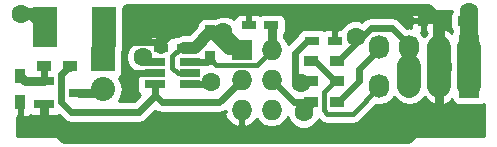
<source format=gbr>
G04 #@! TF.FileFunction,Copper,L1,Top,Signal*
%FSLAX46Y46*%
G04 Gerber Fmt 4.6, Leading zero omitted, Abs format (unit mm)*
G04 Created by KiCad (PCBNEW 4.1.0-alpha+201608181240+7066~46~ubuntu14.04.1-product) date Fri Aug 19 15:46:49 2016*
%MOMM*%
%LPD*%
G01*
G04 APERTURE LIST*
%ADD10C,0.100000*%
%ADD11R,2.000000X3.500000*%
%ADD12R,1.200000X0.750000*%
%ADD13R,1.727200X1.727200*%
%ADD14O,1.727200X1.727200*%
%ADD15R,1.800000X0.650000*%
%ADD16R,1.727200X2.032000*%
%ADD17O,1.727200X2.032000*%
%ADD18R,1.800860X0.800100*%
%ADD19R,0.900000X1.200000*%
%ADD20R,1.200000X0.900000*%
%ADD21R,2.032000X2.032000*%
%ADD22O,2.032000X2.032000*%
%ADD23R,0.850900X0.850900*%
%ADD24C,1.600000*%
%ADD25C,0.400000*%
%ADD26C,0.800000*%
%ADD27C,0.600000*%
%ADD28C,1.000000*%
%ADD29C,2.000000*%
%ADD30C,1.500000*%
%ADD31C,0.254000*%
G04 APERTURE END LIST*
D10*
D11*
X103100000Y-100000000D03*
X108100000Y-100000000D03*
D12*
X122250000Y-99900000D03*
X120350000Y-99900000D03*
D13*
X119750000Y-101960000D03*
D14*
X122290000Y-101960000D03*
X119750000Y-104500000D03*
X122290000Y-104500000D03*
X119750000Y-107040000D03*
X122290000Y-107040000D03*
D15*
X112430000Y-103000000D03*
X112430000Y-103950000D03*
X112430000Y-104900000D03*
X115370000Y-104900000D03*
X115370000Y-103000000D03*
X115370000Y-103950000D03*
D12*
X125750000Y-101200000D03*
X127650000Y-101200000D03*
X114850000Y-101800000D03*
X112950000Y-101800000D03*
D16*
X139000000Y-101750000D03*
D17*
X136460000Y-101750000D03*
X133920000Y-101750000D03*
X131380000Y-101750000D03*
D16*
X139040000Y-105000000D03*
D17*
X136500000Y-105000000D03*
X133960000Y-105000000D03*
X131420000Y-105000000D03*
D18*
X103000000Y-104650000D03*
X103000000Y-106550000D03*
X106002280Y-105600000D03*
D19*
X101000000Y-106400000D03*
X101000000Y-104200000D03*
D20*
X105200000Y-103300000D03*
X103000000Y-103300000D03*
D19*
X117100000Y-102700000D03*
X117100000Y-100500000D03*
D20*
X127800000Y-104600000D03*
X125600000Y-104600000D03*
X127800000Y-106400000D03*
X125600000Y-106400000D03*
X125600000Y-102900000D03*
X127800000Y-102900000D03*
D21*
X108000000Y-102760000D03*
D22*
X108000000Y-105300000D03*
D23*
X138473860Y-99500000D03*
X135126140Y-99500000D03*
D24*
X117160098Y-104730773D03*
X124800000Y-104799998D03*
X129400000Y-100900000D03*
X118200000Y-100500000D03*
X133960000Y-103300000D03*
X125000000Y-107200000D03*
X111432443Y-102572608D03*
X101100000Y-98900000D03*
X139000000Y-98800000D03*
D25*
X122290000Y-101960000D02*
X121026399Y-103223601D01*
X121026399Y-103223601D02*
X117623601Y-103223601D01*
X117623601Y-103223601D02*
X117100000Y-102700000D01*
X122290000Y-101960000D02*
X122191458Y-101960000D01*
X117100000Y-102800000D02*
X117100000Y-102700000D01*
D26*
X122290000Y-101960000D02*
X122290000Y-99940000D01*
X122290000Y-99940000D02*
X122250000Y-99900000D01*
D27*
X115370000Y-103000000D02*
X116800000Y-103000000D01*
X116800000Y-103000000D02*
X117100000Y-102700000D01*
D28*
X135500000Y-98600000D02*
X136460000Y-99560000D01*
X136460000Y-99560000D02*
X136460000Y-101750000D01*
X116200000Y-98600000D02*
X135500000Y-98600000D01*
X111200000Y-98600000D02*
X110100000Y-98600000D01*
X116200000Y-98600000D02*
X111200000Y-98600000D01*
X115400000Y-99400000D02*
X116200000Y-98600000D01*
X114748840Y-99400000D02*
X115400000Y-99400000D01*
D27*
X112950000Y-101800000D02*
X112422607Y-101272607D01*
X112422607Y-101272607D02*
X110527393Y-101272607D01*
D28*
X112950000Y-101800000D02*
X112950000Y-101198840D01*
X112950000Y-101198840D02*
X114748840Y-99400000D01*
D26*
X136500000Y-105000000D02*
X136500000Y-106816000D01*
X136500000Y-106816000D02*
X133816000Y-109500000D01*
X133816000Y-109500000D02*
X104749950Y-109500000D01*
X103000000Y-107750050D02*
X103000000Y-106550000D01*
X104749950Y-109500000D02*
X103000000Y-107750050D01*
D29*
X136500000Y-105000000D02*
X136500000Y-101790000D01*
X136500000Y-101790000D02*
X136460000Y-101750000D01*
D27*
X110880000Y-104000000D02*
X110400000Y-104000000D01*
X112430000Y-103950000D02*
X110930000Y-103950000D01*
X110930000Y-103950000D02*
X110880000Y-104000000D01*
X115370000Y-104900000D02*
X116990871Y-104900000D01*
X116990871Y-104900000D02*
X117160098Y-104730773D01*
X124800000Y-104799998D02*
X124300000Y-104299998D01*
X124300000Y-104299998D02*
X124300000Y-102200000D01*
X124300000Y-102200000D02*
X125300000Y-101200000D01*
X125300000Y-101200000D02*
X125750000Y-101200000D01*
X124800000Y-104400000D02*
X124800000Y-104799998D01*
X124800000Y-104700000D02*
X124800000Y-104799998D01*
X124900000Y-104600000D02*
X124800000Y-104700000D01*
X125600000Y-104600000D02*
X124900000Y-104600000D01*
X127950000Y-102900000D02*
X130400000Y-100450000D01*
X130400000Y-100450000D02*
X130716000Y-100134000D01*
X129400000Y-100900000D02*
X129950000Y-100900000D01*
X129950000Y-100900000D02*
X130400000Y-100450000D01*
D28*
X114850000Y-101800000D02*
X115800000Y-101800000D01*
X115800000Y-101800000D02*
X117100000Y-100500000D01*
X117100000Y-100500000D02*
X118200000Y-100500000D01*
X119750000Y-101960000D02*
X119660000Y-101960000D01*
X119660000Y-101960000D02*
X118200000Y-100500000D01*
D25*
X115370000Y-103950000D02*
X114350000Y-103950000D01*
X114350000Y-103950000D02*
X113900000Y-103500000D01*
X113900000Y-102525000D02*
X114625000Y-101800000D01*
X113900000Y-103500000D02*
X113900000Y-102525000D01*
X114625000Y-101800000D02*
X114850000Y-101800000D01*
D26*
X119750000Y-101960000D02*
X118560000Y-101960000D01*
X118560000Y-101960000D02*
X117100000Y-100500000D01*
D27*
X132456400Y-100134000D02*
X133920000Y-101597600D01*
X133920000Y-101597600D02*
X133920000Y-101750000D01*
X130716000Y-100134000D02*
X132456400Y-100134000D01*
X133920000Y-103260000D02*
X133960000Y-103300000D01*
X133920000Y-101750000D02*
X133920000Y-103260000D01*
D29*
X133960000Y-105000000D02*
X133960000Y-103300000D01*
D27*
X127800000Y-102900000D02*
X127950000Y-102900000D01*
X125600000Y-106400000D02*
X125600000Y-106600000D01*
X125600000Y-106600000D02*
X125000000Y-107200000D01*
X112430000Y-103000000D02*
X111859835Y-103000000D01*
X111859835Y-103000000D02*
X111432443Y-102572608D01*
X122290000Y-104500000D02*
X124190000Y-106400000D01*
X124190000Y-106400000D02*
X125600000Y-106400000D01*
X105300000Y-107200000D02*
X111055000Y-107200000D01*
X111055000Y-107200000D02*
X112430000Y-105825000D01*
X119750000Y-104500000D02*
X117850000Y-106400000D01*
X117850000Y-106400000D02*
X113005000Y-106400000D01*
X113005000Y-106400000D02*
X112430000Y-105825000D01*
X112430000Y-105825000D02*
X112430000Y-104900000D01*
X105300000Y-107200000D02*
X104500000Y-106400000D01*
X104500000Y-106400000D02*
X104500000Y-104000000D01*
X104500000Y-104000000D02*
X105200000Y-103300000D01*
X105200000Y-103500000D02*
X105200000Y-103300000D01*
X138473860Y-99500000D02*
X138473860Y-99326140D01*
X138473860Y-99326140D02*
X139000000Y-98800000D01*
D28*
X101100000Y-98900000D02*
X102000000Y-98900000D01*
X102000000Y-98900000D02*
X103100000Y-100000000D01*
D30*
X139000000Y-101750000D02*
X139000000Y-98800000D01*
D29*
X139040000Y-105000000D02*
X139040000Y-101790000D01*
X139040000Y-101790000D02*
X139000000Y-101750000D01*
D26*
X106002280Y-105600000D02*
X107700000Y-105600000D01*
X107700000Y-105600000D02*
X108000000Y-105300000D01*
D27*
X129700000Y-103582400D02*
X131380000Y-101902400D01*
X131380000Y-101902400D02*
X131380000Y-101750000D01*
X129700000Y-104650000D02*
X129700000Y-103582400D01*
X127800000Y-106400000D02*
X127950000Y-106400000D01*
X127950000Y-106400000D02*
X129700000Y-104650000D01*
D25*
X127000000Y-107400000D02*
X129172400Y-107400000D01*
X129172400Y-107400000D02*
X131420000Y-105152400D01*
X131420000Y-105152400D02*
X131420000Y-105000000D01*
X126700000Y-107100000D02*
X127000000Y-107400000D01*
X126700000Y-105550000D02*
X126700000Y-107100000D01*
X127650000Y-104600000D02*
X126700000Y-105550000D01*
D27*
X125600000Y-102900000D02*
X125950000Y-102900000D01*
X125950000Y-102900000D02*
X127650000Y-104600000D01*
X127650000Y-104600000D02*
X127800000Y-104600000D01*
X103000000Y-104650000D02*
X103000000Y-103300000D01*
D26*
X103000000Y-104650000D02*
X101450000Y-104650000D01*
X101450000Y-104650000D02*
X101000000Y-104200000D01*
D28*
X108000000Y-102760000D02*
X108000000Y-100100000D01*
X108000000Y-100100000D02*
X108100000Y-100000000D01*
D31*
G36*
X134162363Y-98714851D02*
X134065690Y-98948240D01*
X134065690Y-99214250D01*
X134224440Y-99373000D01*
X134999140Y-99373000D01*
X134999140Y-99353000D01*
X135253140Y-99353000D01*
X135253140Y-99373000D01*
X136027840Y-99373000D01*
X136186590Y-99214250D01*
X136186590Y-98948240D01*
X136089917Y-98714851D01*
X136085066Y-98710000D01*
X137528287Y-98710000D01*
X137450253Y-98826785D01*
X137400970Y-99074550D01*
X137400970Y-99925450D01*
X137450253Y-100173215D01*
X137590601Y-100383259D01*
X137601973Y-100390857D01*
X137538243Y-100486235D01*
X137520306Y-100576410D01*
X137362036Y-100399268D01*
X136834791Y-100145291D01*
X136819026Y-100142642D01*
X136587000Y-100263783D01*
X136587000Y-101623000D01*
X136607000Y-101623000D01*
X136607000Y-101877000D01*
X136587000Y-101877000D01*
X136587000Y-103236217D01*
X136819026Y-103357358D01*
X136834791Y-103354709D01*
X137362036Y-103100732D01*
X137405000Y-103052645D01*
X137405000Y-103652585D01*
X137402036Y-103649268D01*
X136874791Y-103395291D01*
X136859026Y-103392642D01*
X136627000Y-103513783D01*
X136627000Y-104873000D01*
X136647000Y-104873000D01*
X136647000Y-105127000D01*
X136627000Y-105127000D01*
X136627000Y-106486217D01*
X136859026Y-106607358D01*
X136874791Y-106604709D01*
X137402036Y-106350732D01*
X137560306Y-106173590D01*
X137578243Y-106263765D01*
X137718591Y-106473809D01*
X137928635Y-106614157D01*
X138176400Y-106663440D01*
X139903600Y-106663440D01*
X140151365Y-106614157D01*
X140290000Y-106521523D01*
X140290000Y-109290000D01*
X100710000Y-109290000D01*
X100710000Y-107635000D01*
X100714250Y-107635000D01*
X100873000Y-107476250D01*
X100873000Y-106527000D01*
X100853000Y-106527000D01*
X100853000Y-106273000D01*
X100873000Y-106273000D01*
X100873000Y-106253000D01*
X101127000Y-106253000D01*
X101127000Y-106273000D01*
X101147000Y-106273000D01*
X101147000Y-106527000D01*
X101127000Y-106527000D01*
X101127000Y-107476250D01*
X101285750Y-107635000D01*
X101576310Y-107635000D01*
X101809699Y-107538327D01*
X101824567Y-107523459D01*
X101973260Y-107585050D01*
X102714250Y-107585050D01*
X102873000Y-107426300D01*
X102873000Y-106677000D01*
X102853000Y-106677000D01*
X102853000Y-106423000D01*
X102873000Y-106423000D01*
X102873000Y-106403000D01*
X103127000Y-106403000D01*
X103127000Y-106423000D01*
X103147000Y-106423000D01*
X103147000Y-106677000D01*
X103127000Y-106677000D01*
X103127000Y-107426300D01*
X103285750Y-107585050D01*
X104026740Y-107585050D01*
X104260129Y-107488377D01*
X104263108Y-107485398D01*
X104638855Y-107861145D01*
X104942191Y-108063827D01*
X105300000Y-108135000D01*
X111055000Y-108135000D01*
X111412809Y-108063827D01*
X111716145Y-107861145D01*
X112447135Y-107130155D01*
X112647191Y-107263827D01*
X113005000Y-107335000D01*
X117850000Y-107335000D01*
X118207809Y-107263827D01*
X118352718Y-107167002D01*
X118416182Y-107167002D01*
X118295042Y-107399026D01*
X118467312Y-107814947D01*
X118861510Y-108246821D01*
X119390973Y-108494968D01*
X119623000Y-108374469D01*
X119623000Y-107167000D01*
X119603000Y-107167000D01*
X119603000Y-106913000D01*
X119623000Y-106913000D01*
X119623000Y-106893000D01*
X119877000Y-106893000D01*
X119877000Y-106913000D01*
X119897000Y-106913000D01*
X119897000Y-107167000D01*
X119877000Y-107167000D01*
X119877000Y-108374469D01*
X120109027Y-108494968D01*
X120638490Y-108246821D01*
X121020008Y-107828839D01*
X121200971Y-108099670D01*
X121687152Y-108424526D01*
X122260641Y-108538600D01*
X122319359Y-108538600D01*
X122892848Y-108424526D01*
X123379029Y-108099670D01*
X123650927Y-107692746D01*
X123782757Y-108011800D01*
X124186077Y-108415824D01*
X124713309Y-108634750D01*
X125284187Y-108635248D01*
X125811800Y-108417243D01*
X126215824Y-108013923D01*
X126279561Y-107860429D01*
X126409566Y-107990434D01*
X126680459Y-108171439D01*
X127000000Y-108235000D01*
X129172400Y-108235000D01*
X129491941Y-108171439D01*
X129762834Y-107990434D01*
X131128004Y-106625264D01*
X131420000Y-106683345D01*
X131993489Y-106569271D01*
X132479670Y-106244415D01*
X132671274Y-105957660D01*
X132803880Y-106156120D01*
X132871541Y-106201330D01*
X132900330Y-106244415D01*
X133386511Y-106569271D01*
X133960000Y-106683345D01*
X134533489Y-106569271D01*
X135019670Y-106244415D01*
X135048459Y-106201330D01*
X135116120Y-106156120D01*
X135247889Y-105958914D01*
X135597964Y-106350732D01*
X136125209Y-106604709D01*
X136140974Y-106607358D01*
X136373000Y-106486217D01*
X136373000Y-105127000D01*
X136353000Y-105127000D01*
X136353000Y-104873000D01*
X136373000Y-104873000D01*
X136373000Y-103513783D01*
X136140974Y-103392642D01*
X136125209Y-103395291D01*
X135597964Y-103649268D01*
X135595000Y-103652585D01*
X135595000Y-103300000D01*
X135554618Y-103096987D01*
X135557964Y-103100732D01*
X136085209Y-103354709D01*
X136100974Y-103357358D01*
X136333000Y-103236217D01*
X136333000Y-101877000D01*
X136313000Y-101877000D01*
X136313000Y-101623000D01*
X136333000Y-101623000D01*
X136333000Y-100263783D01*
X136140416Y-100163235D01*
X136186590Y-100051760D01*
X136186590Y-99785750D01*
X136027840Y-99627000D01*
X135253140Y-99627000D01*
X135253140Y-100401700D01*
X135411890Y-100560450D01*
X135413954Y-100560450D01*
X135186461Y-100815069D01*
X134979670Y-100505585D01*
X134929067Y-100471773D01*
X134999140Y-100401700D01*
X134999140Y-99627000D01*
X134224440Y-99627000D01*
X134065690Y-99785750D01*
X134065690Y-100051760D01*
X134085495Y-100099574D01*
X133920000Y-100066655D01*
X133745963Y-100101273D01*
X133117545Y-99472855D01*
X132814209Y-99270173D01*
X132456400Y-99199000D01*
X130716000Y-99199000D01*
X130358191Y-99270173D01*
X130054855Y-99472855D01*
X130054853Y-99472858D01*
X129952208Y-99575502D01*
X129686691Y-99465250D01*
X129115813Y-99464752D01*
X128588200Y-99682757D01*
X128184176Y-100086077D01*
X128141023Y-100190000D01*
X127935750Y-100190000D01*
X127777000Y-100348750D01*
X127777000Y-101073000D01*
X127797000Y-101073000D01*
X127797000Y-101327000D01*
X127777000Y-101327000D01*
X127777000Y-101347000D01*
X127523000Y-101347000D01*
X127523000Y-101327000D01*
X127503000Y-101327000D01*
X127503000Y-101073000D01*
X127523000Y-101073000D01*
X127523000Y-100348750D01*
X127364250Y-100190000D01*
X126923691Y-100190000D01*
X126690302Y-100286673D01*
X126689102Y-100287873D01*
X126597765Y-100226843D01*
X126350000Y-100177560D01*
X125150000Y-100177560D01*
X124902235Y-100226843D01*
X124692191Y-100367191D01*
X124551843Y-100577235D01*
X124539768Y-100637942D01*
X123718371Y-101459339D01*
X123703885Y-101386511D01*
X123379029Y-100900330D01*
X123325000Y-100864229D01*
X123325000Y-100707081D01*
X123448157Y-100522765D01*
X123497440Y-100275000D01*
X123497440Y-99525000D01*
X123448157Y-99277235D01*
X123307809Y-99067191D01*
X123097765Y-98926843D01*
X122850000Y-98877560D01*
X122313147Y-98877560D01*
X122250000Y-98864999D01*
X122186853Y-98877560D01*
X121650000Y-98877560D01*
X121402235Y-98926843D01*
X121310898Y-98987873D01*
X121309698Y-98986673D01*
X121076309Y-98890000D01*
X120635750Y-98890000D01*
X120477000Y-99048750D01*
X120477000Y-99773000D01*
X120497000Y-99773000D01*
X120497000Y-100027000D01*
X120477000Y-100027000D01*
X120477000Y-100047000D01*
X120223000Y-100047000D01*
X120223000Y-100027000D01*
X120203000Y-100027000D01*
X120203000Y-99773000D01*
X120223000Y-99773000D01*
X120223000Y-99048750D01*
X120064250Y-98890000D01*
X119623691Y-98890000D01*
X119390302Y-98986673D01*
X119211673Y-99165301D01*
X119118882Y-99389318D01*
X119013923Y-99284176D01*
X118486691Y-99065250D01*
X117915813Y-99064752D01*
X117461282Y-99252560D01*
X116650000Y-99252560D01*
X116402235Y-99301843D01*
X116192191Y-99442191D01*
X116051843Y-99652235D01*
X116002560Y-99900000D01*
X116002560Y-99992308D01*
X115329868Y-100665000D01*
X114850000Y-100665000D01*
X114415654Y-100751397D01*
X114376498Y-100777560D01*
X114250000Y-100777560D01*
X114002235Y-100826843D01*
X113910898Y-100887873D01*
X113909698Y-100886673D01*
X113676309Y-100790000D01*
X113235750Y-100790000D01*
X113077000Y-100948750D01*
X113077000Y-101673000D01*
X113097000Y-101673000D01*
X113097000Y-101927000D01*
X113077000Y-101927000D01*
X113077000Y-101947000D01*
X112823000Y-101947000D01*
X112823000Y-101927000D01*
X112803000Y-101927000D01*
X112803000Y-101673000D01*
X112823000Y-101673000D01*
X112823000Y-100948750D01*
X112664250Y-100790000D01*
X112223691Y-100790000D01*
X111990302Y-100886673D01*
X111811673Y-101065301D01*
X111772449Y-101159996D01*
X111719134Y-101137858D01*
X111148256Y-101137360D01*
X110620643Y-101355365D01*
X110216619Y-101758685D01*
X109997693Y-102285917D01*
X109997195Y-102856795D01*
X110215200Y-103384408D01*
X110618520Y-103788432D01*
X111145752Y-104007358D01*
X111236448Y-104007437D01*
X111132341Y-104077000D01*
X111053750Y-104077000D01*
X110895000Y-104235750D01*
X110895000Y-104401310D01*
X110909936Y-104437369D01*
X110882560Y-104575000D01*
X110882560Y-105225000D01*
X110931843Y-105472765D01*
X111072191Y-105682809D01*
X111178720Y-105753990D01*
X110667710Y-106265000D01*
X109335039Y-106265000D01*
X109557670Y-105931810D01*
X109683345Y-105300000D01*
X109557670Y-104668190D01*
X109331128Y-104329146D01*
X109473809Y-104233809D01*
X109614157Y-104023765D01*
X109663440Y-103776000D01*
X109663440Y-102049722D01*
X109698157Y-101997765D01*
X109747440Y-101750000D01*
X109747440Y-98710000D01*
X134167214Y-98710000D01*
X134162363Y-98714851D01*
X134162363Y-98714851D01*
G37*
X134162363Y-98714851D02*
X134065690Y-98948240D01*
X134065690Y-99214250D01*
X134224440Y-99373000D01*
X134999140Y-99373000D01*
X134999140Y-99353000D01*
X135253140Y-99353000D01*
X135253140Y-99373000D01*
X136027840Y-99373000D01*
X136186590Y-99214250D01*
X136186590Y-98948240D01*
X136089917Y-98714851D01*
X136085066Y-98710000D01*
X137528287Y-98710000D01*
X137450253Y-98826785D01*
X137400970Y-99074550D01*
X137400970Y-99925450D01*
X137450253Y-100173215D01*
X137590601Y-100383259D01*
X137601973Y-100390857D01*
X137538243Y-100486235D01*
X137520306Y-100576410D01*
X137362036Y-100399268D01*
X136834791Y-100145291D01*
X136819026Y-100142642D01*
X136587000Y-100263783D01*
X136587000Y-101623000D01*
X136607000Y-101623000D01*
X136607000Y-101877000D01*
X136587000Y-101877000D01*
X136587000Y-103236217D01*
X136819026Y-103357358D01*
X136834791Y-103354709D01*
X137362036Y-103100732D01*
X137405000Y-103052645D01*
X137405000Y-103652585D01*
X137402036Y-103649268D01*
X136874791Y-103395291D01*
X136859026Y-103392642D01*
X136627000Y-103513783D01*
X136627000Y-104873000D01*
X136647000Y-104873000D01*
X136647000Y-105127000D01*
X136627000Y-105127000D01*
X136627000Y-106486217D01*
X136859026Y-106607358D01*
X136874791Y-106604709D01*
X137402036Y-106350732D01*
X137560306Y-106173590D01*
X137578243Y-106263765D01*
X137718591Y-106473809D01*
X137928635Y-106614157D01*
X138176400Y-106663440D01*
X139903600Y-106663440D01*
X140151365Y-106614157D01*
X140290000Y-106521523D01*
X140290000Y-109290000D01*
X100710000Y-109290000D01*
X100710000Y-107635000D01*
X100714250Y-107635000D01*
X100873000Y-107476250D01*
X100873000Y-106527000D01*
X100853000Y-106527000D01*
X100853000Y-106273000D01*
X100873000Y-106273000D01*
X100873000Y-106253000D01*
X101127000Y-106253000D01*
X101127000Y-106273000D01*
X101147000Y-106273000D01*
X101147000Y-106527000D01*
X101127000Y-106527000D01*
X101127000Y-107476250D01*
X101285750Y-107635000D01*
X101576310Y-107635000D01*
X101809699Y-107538327D01*
X101824567Y-107523459D01*
X101973260Y-107585050D01*
X102714250Y-107585050D01*
X102873000Y-107426300D01*
X102873000Y-106677000D01*
X102853000Y-106677000D01*
X102853000Y-106423000D01*
X102873000Y-106423000D01*
X102873000Y-106403000D01*
X103127000Y-106403000D01*
X103127000Y-106423000D01*
X103147000Y-106423000D01*
X103147000Y-106677000D01*
X103127000Y-106677000D01*
X103127000Y-107426300D01*
X103285750Y-107585050D01*
X104026740Y-107585050D01*
X104260129Y-107488377D01*
X104263108Y-107485398D01*
X104638855Y-107861145D01*
X104942191Y-108063827D01*
X105300000Y-108135000D01*
X111055000Y-108135000D01*
X111412809Y-108063827D01*
X111716145Y-107861145D01*
X112447135Y-107130155D01*
X112647191Y-107263827D01*
X113005000Y-107335000D01*
X117850000Y-107335000D01*
X118207809Y-107263827D01*
X118352718Y-107167002D01*
X118416182Y-107167002D01*
X118295042Y-107399026D01*
X118467312Y-107814947D01*
X118861510Y-108246821D01*
X119390973Y-108494968D01*
X119623000Y-108374469D01*
X119623000Y-107167000D01*
X119603000Y-107167000D01*
X119603000Y-106913000D01*
X119623000Y-106913000D01*
X119623000Y-106893000D01*
X119877000Y-106893000D01*
X119877000Y-106913000D01*
X119897000Y-106913000D01*
X119897000Y-107167000D01*
X119877000Y-107167000D01*
X119877000Y-108374469D01*
X120109027Y-108494968D01*
X120638490Y-108246821D01*
X121020008Y-107828839D01*
X121200971Y-108099670D01*
X121687152Y-108424526D01*
X122260641Y-108538600D01*
X122319359Y-108538600D01*
X122892848Y-108424526D01*
X123379029Y-108099670D01*
X123650927Y-107692746D01*
X123782757Y-108011800D01*
X124186077Y-108415824D01*
X124713309Y-108634750D01*
X125284187Y-108635248D01*
X125811800Y-108417243D01*
X126215824Y-108013923D01*
X126279561Y-107860429D01*
X126409566Y-107990434D01*
X126680459Y-108171439D01*
X127000000Y-108235000D01*
X129172400Y-108235000D01*
X129491941Y-108171439D01*
X129762834Y-107990434D01*
X131128004Y-106625264D01*
X131420000Y-106683345D01*
X131993489Y-106569271D01*
X132479670Y-106244415D01*
X132671274Y-105957660D01*
X132803880Y-106156120D01*
X132871541Y-106201330D01*
X132900330Y-106244415D01*
X133386511Y-106569271D01*
X133960000Y-106683345D01*
X134533489Y-106569271D01*
X135019670Y-106244415D01*
X135048459Y-106201330D01*
X135116120Y-106156120D01*
X135247889Y-105958914D01*
X135597964Y-106350732D01*
X136125209Y-106604709D01*
X136140974Y-106607358D01*
X136373000Y-106486217D01*
X136373000Y-105127000D01*
X136353000Y-105127000D01*
X136353000Y-104873000D01*
X136373000Y-104873000D01*
X136373000Y-103513783D01*
X136140974Y-103392642D01*
X136125209Y-103395291D01*
X135597964Y-103649268D01*
X135595000Y-103652585D01*
X135595000Y-103300000D01*
X135554618Y-103096987D01*
X135557964Y-103100732D01*
X136085209Y-103354709D01*
X136100974Y-103357358D01*
X136333000Y-103236217D01*
X136333000Y-101877000D01*
X136313000Y-101877000D01*
X136313000Y-101623000D01*
X136333000Y-101623000D01*
X136333000Y-100263783D01*
X136140416Y-100163235D01*
X136186590Y-100051760D01*
X136186590Y-99785750D01*
X136027840Y-99627000D01*
X135253140Y-99627000D01*
X135253140Y-100401700D01*
X135411890Y-100560450D01*
X135413954Y-100560450D01*
X135186461Y-100815069D01*
X134979670Y-100505585D01*
X134929067Y-100471773D01*
X134999140Y-100401700D01*
X134999140Y-99627000D01*
X134224440Y-99627000D01*
X134065690Y-99785750D01*
X134065690Y-100051760D01*
X134085495Y-100099574D01*
X133920000Y-100066655D01*
X133745963Y-100101273D01*
X133117545Y-99472855D01*
X132814209Y-99270173D01*
X132456400Y-99199000D01*
X130716000Y-99199000D01*
X130358191Y-99270173D01*
X130054855Y-99472855D01*
X130054853Y-99472858D01*
X129952208Y-99575502D01*
X129686691Y-99465250D01*
X129115813Y-99464752D01*
X128588200Y-99682757D01*
X128184176Y-100086077D01*
X128141023Y-100190000D01*
X127935750Y-100190000D01*
X127777000Y-100348750D01*
X127777000Y-101073000D01*
X127797000Y-101073000D01*
X127797000Y-101327000D01*
X127777000Y-101327000D01*
X127777000Y-101347000D01*
X127523000Y-101347000D01*
X127523000Y-101327000D01*
X127503000Y-101327000D01*
X127503000Y-101073000D01*
X127523000Y-101073000D01*
X127523000Y-100348750D01*
X127364250Y-100190000D01*
X126923691Y-100190000D01*
X126690302Y-100286673D01*
X126689102Y-100287873D01*
X126597765Y-100226843D01*
X126350000Y-100177560D01*
X125150000Y-100177560D01*
X124902235Y-100226843D01*
X124692191Y-100367191D01*
X124551843Y-100577235D01*
X124539768Y-100637942D01*
X123718371Y-101459339D01*
X123703885Y-101386511D01*
X123379029Y-100900330D01*
X123325000Y-100864229D01*
X123325000Y-100707081D01*
X123448157Y-100522765D01*
X123497440Y-100275000D01*
X123497440Y-99525000D01*
X123448157Y-99277235D01*
X123307809Y-99067191D01*
X123097765Y-98926843D01*
X122850000Y-98877560D01*
X122313147Y-98877560D01*
X122250000Y-98864999D01*
X122186853Y-98877560D01*
X121650000Y-98877560D01*
X121402235Y-98926843D01*
X121310898Y-98987873D01*
X121309698Y-98986673D01*
X121076309Y-98890000D01*
X120635750Y-98890000D01*
X120477000Y-99048750D01*
X120477000Y-99773000D01*
X120497000Y-99773000D01*
X120497000Y-100027000D01*
X120477000Y-100027000D01*
X120477000Y-100047000D01*
X120223000Y-100047000D01*
X120223000Y-100027000D01*
X120203000Y-100027000D01*
X120203000Y-99773000D01*
X120223000Y-99773000D01*
X120223000Y-99048750D01*
X120064250Y-98890000D01*
X119623691Y-98890000D01*
X119390302Y-98986673D01*
X119211673Y-99165301D01*
X119118882Y-99389318D01*
X119013923Y-99284176D01*
X118486691Y-99065250D01*
X117915813Y-99064752D01*
X117461282Y-99252560D01*
X116650000Y-99252560D01*
X116402235Y-99301843D01*
X116192191Y-99442191D01*
X116051843Y-99652235D01*
X116002560Y-99900000D01*
X116002560Y-99992308D01*
X115329868Y-100665000D01*
X114850000Y-100665000D01*
X114415654Y-100751397D01*
X114376498Y-100777560D01*
X114250000Y-100777560D01*
X114002235Y-100826843D01*
X113910898Y-100887873D01*
X113909698Y-100886673D01*
X113676309Y-100790000D01*
X113235750Y-100790000D01*
X113077000Y-100948750D01*
X113077000Y-101673000D01*
X113097000Y-101673000D01*
X113097000Y-101927000D01*
X113077000Y-101927000D01*
X113077000Y-101947000D01*
X112823000Y-101947000D01*
X112823000Y-101927000D01*
X112803000Y-101927000D01*
X112803000Y-101673000D01*
X112823000Y-101673000D01*
X112823000Y-100948750D01*
X112664250Y-100790000D01*
X112223691Y-100790000D01*
X111990302Y-100886673D01*
X111811673Y-101065301D01*
X111772449Y-101159996D01*
X111719134Y-101137858D01*
X111148256Y-101137360D01*
X110620643Y-101355365D01*
X110216619Y-101758685D01*
X109997693Y-102285917D01*
X109997195Y-102856795D01*
X110215200Y-103384408D01*
X110618520Y-103788432D01*
X111145752Y-104007358D01*
X111236448Y-104007437D01*
X111132341Y-104077000D01*
X111053750Y-104077000D01*
X110895000Y-104235750D01*
X110895000Y-104401310D01*
X110909936Y-104437369D01*
X110882560Y-104575000D01*
X110882560Y-105225000D01*
X110931843Y-105472765D01*
X111072191Y-105682809D01*
X111178720Y-105753990D01*
X110667710Y-106265000D01*
X109335039Y-106265000D01*
X109557670Y-105931810D01*
X109683345Y-105300000D01*
X109557670Y-104668190D01*
X109331128Y-104329146D01*
X109473809Y-104233809D01*
X109614157Y-104023765D01*
X109663440Y-103776000D01*
X109663440Y-102049722D01*
X109698157Y-101997765D01*
X109747440Y-101750000D01*
X109747440Y-98710000D01*
X134167214Y-98710000D01*
X134162363Y-98714851D01*
M02*

</source>
